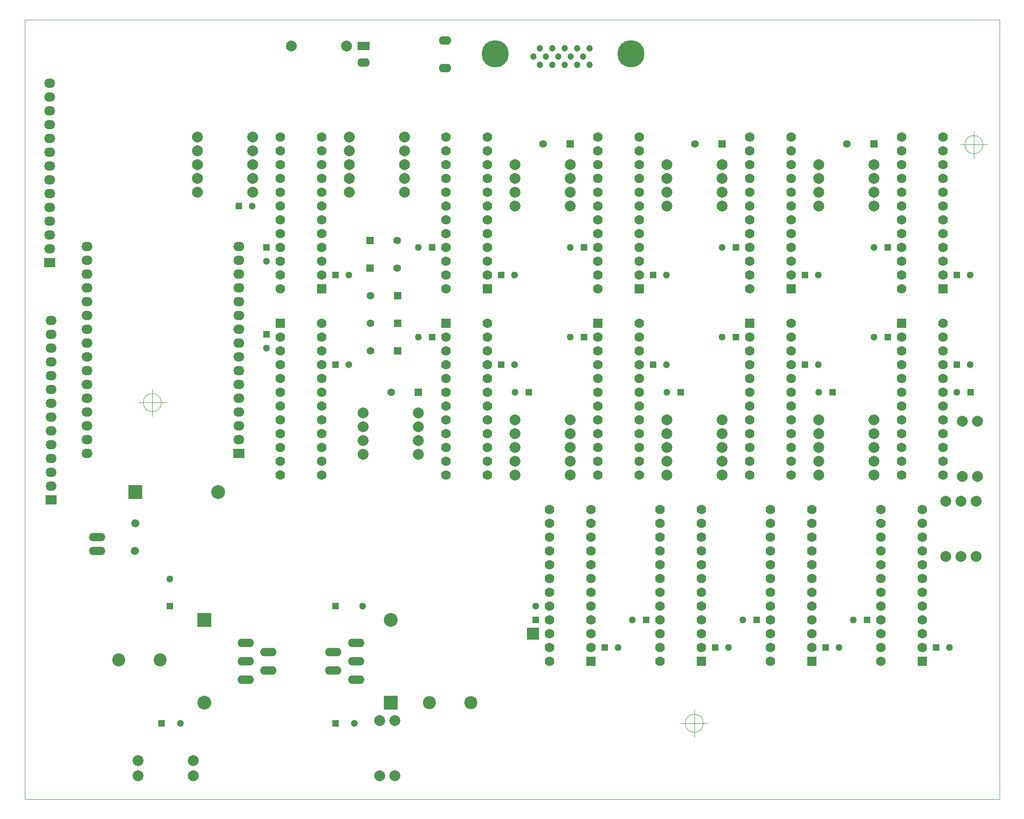
<source format=gts>
G04 #@! TF.FileFunction,Soldermask,Top*
%FSLAX46Y46*%
G04 Gerber Fmt 4.6, Leading zero omitted, Abs format (unit mm)*
G04 Created by KiCad (PCBNEW 0.201509101502+6177~30~ubuntu15.04.1-product) date Sat 12 Sep 2015 07:26:27 PM CEST*
%MOMM*%
G01*
G04 APERTURE LIST*
%ADD10C,0.150000*%
%ADD11C,0.100000*%
%ADD12R,1.300000X1.300000*%
%ADD13C,1.300000*%
%ADD14R,1.400000X1.400000*%
%ADD15C,1.400000*%
%ADD16C,2.540000*%
%ADD17R,2.540000X2.540000*%
%ADD18C,2.400000*%
%ADD19O,3.014980X1.506220*%
%ADD20C,1.998980*%
%ADD21C,5.001260*%
%ADD22C,1.198880*%
%ADD23O,3.048000X1.524000*%
%ADD24O,2.032000X1.727200*%
%ADD25R,2.032000X1.727200*%
%ADD26R,2.286000X1.574800*%
%ADD27O,2.286000X1.574800*%
%ADD28C,1.501140*%
%ADD29R,1.778000X1.778000*%
%ADD30C,1.778000*%
%ADD31R,2.235200X2.235200*%
G04 APERTURE END LIST*
D10*
D11*
X241554000Y-161290000D02*
X62230000Y-161290000D01*
X241554000Y-160528000D02*
X241554000Y-161290000D01*
X241554000Y-17780000D02*
X69850000Y-17780000D01*
X241554000Y-160528000D02*
X241554000Y-17780000D01*
X62230000Y-17780000D02*
X62230000Y-161290000D01*
X69850000Y-17780000D02*
X62230000Y-17780000D01*
X187086666Y-147320000D02*
G75*
G03X187086666Y-147320000I-1666666J0D01*
G01*
X182920000Y-147320000D02*
X187920000Y-147320000D01*
X185420000Y-144820000D02*
X185420000Y-149820000D01*
X87391666Y-88265000D02*
G75*
G03X87391666Y-88265000I-1666666J0D01*
G01*
X83225000Y-88265000D02*
X88225000Y-88265000D01*
X85725000Y-85765000D02*
X85725000Y-90765000D01*
X238521666Y-40767000D02*
G75*
G03X238521666Y-40767000I-1666666J0D01*
G01*
X234355000Y-40767000D02*
X239355000Y-40767000D01*
X236855000Y-38267000D02*
X236855000Y-43267000D01*
D12*
X88900000Y-125730000D03*
D13*
X88900000Y-120730000D03*
D12*
X119380000Y-125730000D03*
D13*
X124380000Y-125730000D03*
D12*
X101600000Y-52070000D03*
D13*
X104100000Y-52070000D03*
D12*
X106680000Y-59690000D03*
D13*
X106680000Y-62190000D03*
D12*
X106680000Y-75692000D03*
D13*
X106680000Y-78192000D03*
D12*
X119380000Y-64770000D03*
D13*
X121880000Y-64770000D03*
D12*
X119380000Y-81280000D03*
D13*
X121880000Y-81280000D03*
D14*
X125730000Y-58420000D03*
D15*
X130730000Y-58420000D03*
D14*
X125730000Y-63500000D03*
D15*
X130730000Y-63500000D03*
D14*
X130810000Y-68580000D03*
D15*
X125810000Y-68580000D03*
D14*
X130810000Y-73660000D03*
D15*
X125810000Y-73660000D03*
D14*
X130810000Y-78740000D03*
D15*
X125810000Y-78740000D03*
D12*
X156210000Y-128270000D03*
D13*
X156210000Y-125770000D03*
D14*
X134620000Y-86360000D03*
D15*
X129620000Y-86360000D03*
D12*
X137160000Y-59690000D03*
D13*
X134660000Y-59690000D03*
D12*
X137160000Y-76200000D03*
D13*
X134660000Y-76200000D03*
D12*
X168910000Y-133350000D03*
D13*
X171410000Y-133350000D03*
D12*
X149860000Y-64770000D03*
D13*
X152360000Y-64770000D03*
D12*
X149860000Y-81280000D03*
D13*
X152360000Y-81280000D03*
D12*
X176530000Y-128270000D03*
D13*
X174030000Y-128270000D03*
D12*
X154940000Y-86360000D03*
D13*
X152440000Y-86360000D03*
D14*
X162560000Y-40640000D03*
D15*
X157560000Y-40640000D03*
D12*
X165100000Y-59690000D03*
D13*
X162600000Y-59690000D03*
D12*
X165100000Y-76200000D03*
D13*
X162600000Y-76200000D03*
D12*
X189230000Y-133350000D03*
D13*
X191730000Y-133350000D03*
D12*
X196850000Y-128270000D03*
D13*
X194350000Y-128270000D03*
D12*
X177800000Y-64770000D03*
D13*
X180300000Y-64770000D03*
D12*
X177800000Y-81280000D03*
D13*
X180300000Y-81280000D03*
D12*
X182880000Y-86360000D03*
D13*
X180380000Y-86360000D03*
D14*
X190500000Y-40640000D03*
D15*
X185500000Y-40640000D03*
D12*
X193040000Y-59690000D03*
D13*
X190540000Y-59690000D03*
D12*
X193040000Y-76200000D03*
D13*
X190540000Y-76200000D03*
D12*
X209550000Y-133350000D03*
D13*
X212050000Y-133350000D03*
D12*
X217170000Y-128270000D03*
D13*
X214670000Y-128270000D03*
D12*
X205740000Y-64770000D03*
D13*
X208240000Y-64770000D03*
D12*
X205740000Y-81280000D03*
D13*
X208240000Y-81280000D03*
D12*
X210820000Y-86360000D03*
D13*
X208320000Y-86360000D03*
D12*
X229870000Y-133350000D03*
D13*
X232370000Y-133350000D03*
D14*
X218440000Y-40640000D03*
D15*
X213440000Y-40640000D03*
D12*
X220980000Y-59690000D03*
D13*
X218480000Y-59690000D03*
D12*
X220980000Y-76200000D03*
D13*
X218480000Y-76200000D03*
D12*
X233680000Y-64770000D03*
D13*
X236180000Y-64770000D03*
D12*
X233680000Y-81280000D03*
D13*
X236180000Y-81280000D03*
D12*
X236220000Y-86360000D03*
D13*
X233720000Y-86360000D03*
D16*
X95252960Y-143511220D03*
D17*
X95252960Y-128271220D03*
D16*
X129537040Y-128268780D03*
D17*
X129537040Y-143508780D03*
D18*
X87122000Y-135636000D03*
X79502000Y-135636000D03*
X136652000Y-143510000D03*
X144272000Y-143510000D03*
D19*
X75565000Y-115570000D03*
X75565000Y-113030000D03*
D20*
X121412000Y-22606000D03*
X111252000Y-22606000D03*
X83058000Y-154178000D03*
X93218000Y-154178000D03*
X93218000Y-156972000D03*
X83058000Y-156972000D03*
X130302000Y-146812000D03*
X130302000Y-156972000D03*
X127508000Y-156972000D03*
X127508000Y-146812000D03*
X93980000Y-39370000D03*
X104140000Y-39370000D03*
X93980000Y-41910000D03*
X104140000Y-41910000D03*
X93980000Y-44450000D03*
X104140000Y-44450000D03*
X93980000Y-46990000D03*
X104140000Y-46990000D03*
X93980000Y-49530000D03*
X104140000Y-49530000D03*
X121920000Y-39370000D03*
X132080000Y-39370000D03*
X121920000Y-41910000D03*
X132080000Y-41910000D03*
X121920000Y-44450000D03*
X132080000Y-44450000D03*
X121920000Y-46990000D03*
X132080000Y-46990000D03*
X121920000Y-49530000D03*
X132080000Y-49530000D03*
X124460000Y-90170000D03*
X134620000Y-90170000D03*
X124460000Y-92710000D03*
X134620000Y-92710000D03*
X124460000Y-95250000D03*
X134620000Y-95250000D03*
X124460000Y-97790000D03*
X134620000Y-97790000D03*
X152400000Y-91440000D03*
X162560000Y-91440000D03*
X152400000Y-93980000D03*
X162560000Y-93980000D03*
X152400000Y-96520000D03*
X162560000Y-96520000D03*
X152400000Y-99060000D03*
X162560000Y-99060000D03*
X152400000Y-101600000D03*
X162560000Y-101600000D03*
X152400000Y-44450000D03*
X162560000Y-44450000D03*
X152400000Y-46990000D03*
X162560000Y-46990000D03*
X152400000Y-49530000D03*
X162560000Y-49530000D03*
X152400000Y-52070000D03*
X162560000Y-52070000D03*
X180340000Y-91440000D03*
X190500000Y-91440000D03*
X180340000Y-93980000D03*
X190500000Y-93980000D03*
X180340000Y-96520000D03*
X190500000Y-96520000D03*
X180340000Y-99060000D03*
X190500000Y-99060000D03*
X180340000Y-101600000D03*
X190500000Y-101600000D03*
X180340000Y-44450000D03*
X190500000Y-44450000D03*
X180340000Y-46990000D03*
X190500000Y-46990000D03*
X180340000Y-49530000D03*
X190500000Y-49530000D03*
X180340000Y-52070000D03*
X190500000Y-52070000D03*
X208280000Y-91440000D03*
X218440000Y-91440000D03*
X208280000Y-93980000D03*
X218440000Y-93980000D03*
X208280000Y-96520000D03*
X218440000Y-96520000D03*
X208280000Y-99060000D03*
X218440000Y-99060000D03*
X208280000Y-101600000D03*
X218440000Y-101600000D03*
X208280000Y-44450000D03*
X218440000Y-44450000D03*
X208280000Y-46990000D03*
X218440000Y-46990000D03*
X208280000Y-49530000D03*
X218440000Y-49530000D03*
X208280000Y-52070000D03*
X218440000Y-52070000D03*
X237490000Y-101854000D03*
X237490000Y-91694000D03*
X234696000Y-101854000D03*
X234696000Y-91694000D03*
X237236000Y-116586000D03*
X237236000Y-106426000D03*
X234442000Y-116586000D03*
X234442000Y-106426000D03*
X231648000Y-116586000D03*
X231648000Y-106426000D03*
D21*
X148795740Y-24061420D03*
D22*
X161556700Y-26060400D03*
X159270700Y-26060400D03*
X156979620Y-26060400D03*
X163850320Y-26060400D03*
X166138860Y-26060400D03*
X162704780Y-24561800D03*
X160416240Y-24561800D03*
X158125160Y-24561800D03*
X155834080Y-24561800D03*
D21*
X173784260Y-24061420D03*
D22*
X164995860Y-24561800D03*
X156979620Y-23060660D03*
X159270700Y-23060660D03*
X161559240Y-23063200D03*
X163850320Y-23060660D03*
X166138860Y-23060660D03*
D23*
X102870000Y-132486400D03*
X107035600Y-134188200D03*
X102870000Y-135890000D03*
X107035600Y-137591800D03*
X102870000Y-139293600D03*
X123190000Y-139293600D03*
X119024400Y-137591800D03*
X123190000Y-135890000D03*
X119024400Y-134188200D03*
X123190000Y-132486400D03*
D24*
X101600000Y-59563000D03*
X101600000Y-62103000D03*
X101600000Y-64643000D03*
X101600000Y-67183000D03*
X101600000Y-69723000D03*
X101600000Y-72263000D03*
X101600000Y-74803000D03*
X101600000Y-77343000D03*
X101600000Y-79883000D03*
X101600000Y-82423000D03*
X101600000Y-84963000D03*
X101600000Y-87503000D03*
X101600000Y-90043000D03*
X101600000Y-92583000D03*
X101600000Y-95123000D03*
D25*
X101600000Y-97663000D03*
D24*
X73660000Y-97663000D03*
X73660000Y-95123000D03*
X73660000Y-92583000D03*
X73660000Y-90043000D03*
X73660000Y-87503000D03*
X73660000Y-84963000D03*
X73660000Y-82423000D03*
X73660000Y-79883000D03*
X73660000Y-77343000D03*
X73660000Y-74803000D03*
X73660000Y-72263000D03*
X73660000Y-69723000D03*
X73660000Y-67183000D03*
X73660000Y-64643000D03*
X73660000Y-62103000D03*
X73660000Y-59563000D03*
D26*
X124580000Y-22630000D03*
D27*
X124580000Y-25630000D03*
X139580000Y-21630000D03*
X139580000Y-26630000D03*
D16*
X97791220Y-104772040D03*
D17*
X82551220Y-104772040D03*
D28*
X82550000Y-110490000D03*
X82539840Y-115570000D03*
D13*
X122880000Y-147320000D03*
D12*
X119380000Y-147320000D03*
D13*
X90876000Y-147320000D03*
D12*
X87376000Y-147320000D03*
D29*
X116840000Y-67310000D03*
D30*
X116840000Y-64770000D03*
X116840000Y-62230000D03*
X116840000Y-59690000D03*
X116840000Y-57150000D03*
X116840000Y-54610000D03*
X116840000Y-52070000D03*
X116840000Y-49530000D03*
X116840000Y-46990000D03*
X116840000Y-44450000D03*
X116840000Y-41910000D03*
X116840000Y-39370000D03*
X109220000Y-39370000D03*
X109220000Y-41910000D03*
X109220000Y-44450000D03*
X109220000Y-46990000D03*
X109220000Y-49530000D03*
X109220000Y-52070000D03*
X109220000Y-54610000D03*
X109220000Y-57150000D03*
X109220000Y-59690000D03*
X109220000Y-62230000D03*
X109220000Y-64770000D03*
X109220000Y-67310000D03*
D29*
X109220000Y-73660000D03*
D30*
X109220000Y-76200000D03*
X109220000Y-78740000D03*
X109220000Y-81280000D03*
X109220000Y-83820000D03*
X109220000Y-86360000D03*
X109220000Y-88900000D03*
X109220000Y-91440000D03*
X109220000Y-93980000D03*
X109220000Y-96520000D03*
X109220000Y-99060000D03*
X109220000Y-101600000D03*
X116840000Y-101600000D03*
X116840000Y-99060000D03*
X116840000Y-96520000D03*
X116840000Y-93980000D03*
X116840000Y-91440000D03*
X116840000Y-88900000D03*
X116840000Y-86360000D03*
X116840000Y-83820000D03*
X116840000Y-81280000D03*
X116840000Y-78740000D03*
X116840000Y-76200000D03*
X116840000Y-73660000D03*
D29*
X166370000Y-135890000D03*
D30*
X166370000Y-133350000D03*
X166370000Y-130810000D03*
X166370000Y-128270000D03*
X166370000Y-125730000D03*
X166370000Y-123190000D03*
X166370000Y-120650000D03*
X166370000Y-118110000D03*
X166370000Y-115570000D03*
X166370000Y-113030000D03*
X166370000Y-110490000D03*
X166370000Y-107950000D03*
X158750000Y-107950000D03*
X158750000Y-110490000D03*
X158750000Y-113030000D03*
X158750000Y-115570000D03*
X158750000Y-118110000D03*
X158750000Y-120650000D03*
X158750000Y-123190000D03*
X158750000Y-125730000D03*
X158750000Y-128270000D03*
X158750000Y-130810000D03*
X158750000Y-133350000D03*
X158750000Y-135890000D03*
D29*
X147320000Y-67310000D03*
D30*
X147320000Y-64770000D03*
X147320000Y-62230000D03*
X147320000Y-59690000D03*
X147320000Y-57150000D03*
X147320000Y-54610000D03*
X147320000Y-52070000D03*
X147320000Y-49530000D03*
X147320000Y-46990000D03*
X147320000Y-44450000D03*
X147320000Y-41910000D03*
X147320000Y-39370000D03*
X139700000Y-39370000D03*
X139700000Y-41910000D03*
X139700000Y-44450000D03*
X139700000Y-46990000D03*
X139700000Y-49530000D03*
X139700000Y-52070000D03*
X139700000Y-54610000D03*
X139700000Y-57150000D03*
X139700000Y-59690000D03*
X139700000Y-62230000D03*
X139700000Y-64770000D03*
X139700000Y-67310000D03*
D29*
X139700000Y-73660000D03*
D30*
X139700000Y-76200000D03*
X139700000Y-78740000D03*
X139700000Y-81280000D03*
X139700000Y-83820000D03*
X139700000Y-86360000D03*
X139700000Y-88900000D03*
X139700000Y-91440000D03*
X139700000Y-93980000D03*
X139700000Y-96520000D03*
X139700000Y-99060000D03*
X139700000Y-101600000D03*
X147320000Y-101600000D03*
X147320000Y-99060000D03*
X147320000Y-96520000D03*
X147320000Y-93980000D03*
X147320000Y-91440000D03*
X147320000Y-88900000D03*
X147320000Y-86360000D03*
X147320000Y-83820000D03*
X147320000Y-81280000D03*
X147320000Y-78740000D03*
X147320000Y-76200000D03*
X147320000Y-73660000D03*
D29*
X186690000Y-135890000D03*
D30*
X186690000Y-133350000D03*
X186690000Y-130810000D03*
X186690000Y-128270000D03*
X186690000Y-125730000D03*
X186690000Y-123190000D03*
X186690000Y-120650000D03*
X186690000Y-118110000D03*
X186690000Y-115570000D03*
X186690000Y-113030000D03*
X186690000Y-110490000D03*
X186690000Y-107950000D03*
X179070000Y-107950000D03*
X179070000Y-110490000D03*
X179070000Y-113030000D03*
X179070000Y-115570000D03*
X179070000Y-118110000D03*
X179070000Y-120650000D03*
X179070000Y-123190000D03*
X179070000Y-125730000D03*
X179070000Y-128270000D03*
X179070000Y-130810000D03*
X179070000Y-133350000D03*
X179070000Y-135890000D03*
D29*
X175260000Y-67310000D03*
D30*
X175260000Y-64770000D03*
X175260000Y-62230000D03*
X175260000Y-59690000D03*
X175260000Y-57150000D03*
X175260000Y-54610000D03*
X175260000Y-52070000D03*
X175260000Y-49530000D03*
X175260000Y-46990000D03*
X175260000Y-44450000D03*
X175260000Y-41910000D03*
X175260000Y-39370000D03*
X167640000Y-39370000D03*
X167640000Y-41910000D03*
X167640000Y-44450000D03*
X167640000Y-46990000D03*
X167640000Y-49530000D03*
X167640000Y-52070000D03*
X167640000Y-54610000D03*
X167640000Y-57150000D03*
X167640000Y-59690000D03*
X167640000Y-62230000D03*
X167640000Y-64770000D03*
X167640000Y-67310000D03*
D29*
X167640000Y-73660000D03*
D30*
X167640000Y-76200000D03*
X167640000Y-78740000D03*
X167640000Y-81280000D03*
X167640000Y-83820000D03*
X167640000Y-86360000D03*
X167640000Y-88900000D03*
X167640000Y-91440000D03*
X167640000Y-93980000D03*
X167640000Y-96520000D03*
X167640000Y-99060000D03*
X167640000Y-101600000D03*
X175260000Y-101600000D03*
X175260000Y-99060000D03*
X175260000Y-96520000D03*
X175260000Y-93980000D03*
X175260000Y-91440000D03*
X175260000Y-88900000D03*
X175260000Y-86360000D03*
X175260000Y-83820000D03*
X175260000Y-81280000D03*
X175260000Y-78740000D03*
X175260000Y-76200000D03*
X175260000Y-73660000D03*
D29*
X207010000Y-135890000D03*
D30*
X207010000Y-133350000D03*
X207010000Y-130810000D03*
X207010000Y-128270000D03*
X207010000Y-125730000D03*
X207010000Y-123190000D03*
X207010000Y-120650000D03*
X207010000Y-118110000D03*
X207010000Y-115570000D03*
X207010000Y-113030000D03*
X207010000Y-110490000D03*
X207010000Y-107950000D03*
X199390000Y-107950000D03*
X199390000Y-110490000D03*
X199390000Y-113030000D03*
X199390000Y-115570000D03*
X199390000Y-118110000D03*
X199390000Y-120650000D03*
X199390000Y-123190000D03*
X199390000Y-125730000D03*
X199390000Y-128270000D03*
X199390000Y-130810000D03*
X199390000Y-133350000D03*
X199390000Y-135890000D03*
D29*
X203200000Y-67310000D03*
D30*
X203200000Y-64770000D03*
X203200000Y-62230000D03*
X203200000Y-59690000D03*
X203200000Y-57150000D03*
X203200000Y-54610000D03*
X203200000Y-52070000D03*
X203200000Y-49530000D03*
X203200000Y-46990000D03*
X203200000Y-44450000D03*
X203200000Y-41910000D03*
X203200000Y-39370000D03*
X195580000Y-39370000D03*
X195580000Y-41910000D03*
X195580000Y-44450000D03*
X195580000Y-46990000D03*
X195580000Y-49530000D03*
X195580000Y-52070000D03*
X195580000Y-54610000D03*
X195580000Y-57150000D03*
X195580000Y-59690000D03*
X195580000Y-62230000D03*
X195580000Y-64770000D03*
X195580000Y-67310000D03*
D29*
X195580000Y-73660000D03*
D30*
X195580000Y-76200000D03*
X195580000Y-78740000D03*
X195580000Y-81280000D03*
X195580000Y-83820000D03*
X195580000Y-86360000D03*
X195580000Y-88900000D03*
X195580000Y-91440000D03*
X195580000Y-93980000D03*
X195580000Y-96520000D03*
X195580000Y-99060000D03*
X195580000Y-101600000D03*
X203200000Y-101600000D03*
X203200000Y-99060000D03*
X203200000Y-96520000D03*
X203200000Y-93980000D03*
X203200000Y-91440000D03*
X203200000Y-88900000D03*
X203200000Y-86360000D03*
X203200000Y-83820000D03*
X203200000Y-81280000D03*
X203200000Y-78740000D03*
X203200000Y-76200000D03*
X203200000Y-73660000D03*
D29*
X227330000Y-135890000D03*
D30*
X227330000Y-133350000D03*
X227330000Y-130810000D03*
X227330000Y-128270000D03*
X227330000Y-125730000D03*
X227330000Y-123190000D03*
X227330000Y-120650000D03*
X227330000Y-118110000D03*
X227330000Y-115570000D03*
X227330000Y-113030000D03*
X227330000Y-110490000D03*
X227330000Y-107950000D03*
X219710000Y-107950000D03*
X219710000Y-110490000D03*
X219710000Y-113030000D03*
X219710000Y-115570000D03*
X219710000Y-118110000D03*
X219710000Y-120650000D03*
X219710000Y-123190000D03*
X219710000Y-125730000D03*
X219710000Y-128270000D03*
X219710000Y-130810000D03*
X219710000Y-133350000D03*
X219710000Y-135890000D03*
D29*
X231140000Y-67310000D03*
D30*
X231140000Y-64770000D03*
X231140000Y-62230000D03*
X231140000Y-59690000D03*
X231140000Y-57150000D03*
X231140000Y-54610000D03*
X231140000Y-52070000D03*
X231140000Y-49530000D03*
X231140000Y-46990000D03*
X231140000Y-44450000D03*
X231140000Y-41910000D03*
X231140000Y-39370000D03*
X223520000Y-39370000D03*
X223520000Y-41910000D03*
X223520000Y-44450000D03*
X223520000Y-46990000D03*
X223520000Y-49530000D03*
X223520000Y-52070000D03*
X223520000Y-54610000D03*
X223520000Y-57150000D03*
X223520000Y-59690000D03*
X223520000Y-62230000D03*
X223520000Y-64770000D03*
X223520000Y-67310000D03*
D29*
X223520000Y-73660000D03*
D30*
X223520000Y-76200000D03*
X223520000Y-78740000D03*
X223520000Y-81280000D03*
X223520000Y-83820000D03*
X223520000Y-86360000D03*
X223520000Y-88900000D03*
X223520000Y-91440000D03*
X223520000Y-93980000D03*
X223520000Y-96520000D03*
X223520000Y-99060000D03*
X223520000Y-101600000D03*
X231140000Y-101600000D03*
X231140000Y-99060000D03*
X231140000Y-96520000D03*
X231140000Y-93980000D03*
X231140000Y-91440000D03*
X231140000Y-88900000D03*
X231140000Y-86360000D03*
X231140000Y-83820000D03*
X231140000Y-81280000D03*
X231140000Y-78740000D03*
X231140000Y-76200000D03*
X231140000Y-73660000D03*
D25*
X67056000Y-106172000D03*
D24*
X67056000Y-103632000D03*
X67056000Y-101092000D03*
X67056000Y-98552000D03*
X67056000Y-96012000D03*
X67056000Y-93472000D03*
X67056000Y-90932000D03*
X67056000Y-88392000D03*
X67056000Y-85852000D03*
X67056000Y-83312000D03*
X67056000Y-80772000D03*
X67056000Y-78232000D03*
X67056000Y-75692000D03*
X67056000Y-73152000D03*
D25*
X66802000Y-62484000D03*
D24*
X66802000Y-59944000D03*
X66802000Y-57404000D03*
X66802000Y-54864000D03*
X66802000Y-52324000D03*
X66802000Y-49784000D03*
X66802000Y-47244000D03*
X66802000Y-44704000D03*
X66802000Y-42164000D03*
X66802000Y-39624000D03*
X66802000Y-37084000D03*
X66802000Y-34544000D03*
X66802000Y-32004000D03*
X66802000Y-29464000D03*
D31*
X155702000Y-130810000D03*
M02*

</source>
